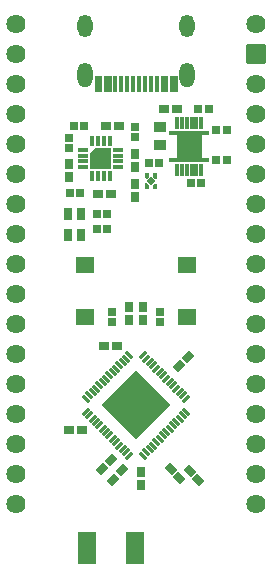
<source format=gts>
G04 Layer: TopSolderMaskLayer*
G04 EasyEDA v6.5.50, 2025-05-29 20:10:11*
G04 51d2a156a5c9454999fc887beed5754f,29d699c3718f4358a2dc827e738e4458,10*
G04 Gerber Generator version 0.2*
G04 Scale: 100 percent, Rotated: No, Reflected: No *
G04 Dimensions in inches *
G04 leading zeros omitted , absolute positions ,3 integer and 6 decimal *
%FSLAX36Y36*%
%MOIN*%

%AMMACRO1*4,1,8,-0.0067,-0.0276,-0.0079,-0.0264,-0.0079,0.0264,-0.0067,0.0276,0.0067,0.0276,0.0079,0.0264,0.0079,-0.0264,0.0067,-0.0276,-0.0067,-0.0276,0*%
%AMMACRO2*4,1,8,-0.0276,-0.0262,-0.0288,-0.025,-0.0288,0.025,-0.0276,0.0262,0.0276,0.0262,0.0288,0.025,0.0288,-0.025,0.0276,-0.0262,-0.0276,-0.0262,0*%
%AMMACRO3*4,1,8,-0.0308,-0.032,-0.032,-0.0308,-0.032,0.0308,-0.0308,0.032,0.0308,0.032,0.032,0.0308,0.032,-0.0308,0.0308,-0.032,-0.0308,-0.032,0*%
%AMMACRO4*4,1,8,0.0032,-0.0207,0.0016,-0.0206,-0.0203,0.0037,-0.0203,0.0054,-0.0032,0.0207,-0.0016,0.0206,0.0203,-0.0037,0.0203,-0.0054,0.0032,-0.0207,0*%
%AMMACRO5*4,1,8,-0.012,-0.0126,-0.0131,-0.0115,-0.0131,0.0115,-0.012,0.0126,0.012,0.0126,0.0131,0.0115,0.0131,-0.0115,0.012,-0.0126,-0.012,-0.0126,0*%
%AMMACRO6*4,1,8,0.0056,-0.014,-0.014,0.0056,-0.014,0.0073,-0.0073,0.014,-0.0056,0.014,0.014,-0.0056,0.014,-0.0073,0.0073,-0.014,0.0056,-0.014,0*%
%AMMACRO7*4,1,8,-0.0073,-0.014,-0.014,-0.0073,-0.014,-0.0056,0.0056,0.014,0.0073,0.014,0.014,0.0073,0.014,0.0056,-0.0056,-0.014,-0.0073,-0.014,0*%
%AMMACRO8*4,1,8,-0.0008,-0.1134,-0.1134,-0.0008,-0.1134,0.0008,-0.0008,0.1134,0.0008,0.1134,0.1134,0.0008,0.1134,-0.0008,0.0008,-0.1134,-0.0008,-0.1134,0*%
%AMMACRO9*4,1,8,-0.0164,-0.0126,-0.0176,-0.0115,-0.0176,0.0115,-0.0164,0.0126,0.0164,0.0126,0.0176,0.0115,0.0176,-0.0115,0.0164,-0.0126,-0.0164,-0.0126,0*%
%AMMACRO10*4,1,8,-0.0178,-0.0179,-0.019,-0.0167,-0.019,0.0167,-0.0178,0.0179,0.0178,0.0179,0.019,0.0167,0.019,-0.0167,0.0178,-0.0179,-0.0178,-0.0179,0*%
%AMMACRO11*4,1,8,-0.0048,-0.0187,-0.0059,-0.0176,-0.0059,0.0176,-0.0048,0.0187,0.0048,0.0187,0.0059,0.0176,0.0059,-0.0176,0.0048,-0.0187,-0.0048,-0.0187,0*%
%AMMACRO12*4,1,8,-0.0117,-0.0187,-0.0128,-0.0176,-0.0128,0.0176,-0.0117,0.0187,0.0117,0.0187,0.0128,0.0176,0.0128,-0.0176,0.0117,-0.0187,-0.0117,-0.0187,0*%
%AMMACRO13*4,1,8,-0.0303,-0.0532,-0.0315,-0.052,-0.0315,0.052,-0.0303,0.0532,0.0303,0.0532,0.0315,0.052,0.0315,-0.052,0.0303,-0.0532,-0.0303,-0.0532,0*%
%AMMACRO14*4,1,8,-0.0008,-0.0145,-0.0145,-0.0008,-0.0145,0.0008,-0.0008,0.0145,0.0008,0.0145,0.0145,0.0008,0.0145,-0.0008,0.0008,-0.0145,-0.0008,-0.0145,0*%
%AMMACRO15*4,1,8,-0.0115,-0.0176,-0.0126,-0.0164,-0.0126,0.0164,-0.0115,0.0176,0.0115,0.0176,0.0126,0.0164,0.0126,-0.0164,0.0115,-0.0176,-0.0115,-0.0176,0*%
%AMMACRO16*4,1,8,-0.0043,-0.0205,-0.0205,-0.0043,-0.0205,-0.0027,0.0027,0.0205,0.0043,0.0205,0.0205,0.0043,0.0205,0.0027,-0.0027,-0.0205,-0.0043,-0.0205,0*%
%AMMACRO17*4,1,8,0.0036,-0.0207,0.0019,-0.0206,-0.0204,0.0034,-0.0204,0.005,-0.0036,0.0207,-0.0019,0.0206,0.0204,-0.0034,0.0204,-0.005,0.0036,-0.0207,0*%
%AMMACRO18*4,1,8,-0.0115,-0.0131,-0.0126,-0.012,-0.0126,0.012,-0.0115,0.0131,0.0115,0.0131,0.0126,0.012,0.0126,-0.012,0.0115,-0.0131,-0.0115,-0.0131,0*%
%ADD10MACRO1*%
%ADD11O,0.051244000000000005X0.074866*%
%ADD12O,0.051244000000000005X0.08274000000000001*%
%ADD13MACRO2*%
%ADD14C,0.0640*%
%ADD15MACRO3*%
%ADD16MACRO4*%
%ADD17MACRO5*%
%ADD18MACRO6*%
%ADD19MACRO7*%
%ADD20MACRO8*%
%ADD21MACRO9*%
%ADD22MACRO10*%
%ADD23MACRO11*%
%ADD24O,0.037402X0.014961*%
%ADD25O,0.014961X0.037402*%
%ADD26MACRO12*%
%ADD27MACRO13*%
%ADD28MACRO14*%
%ADD29MACRO15*%
%ADD30MACRO16*%
%ADD31MACRO17*%
%ADD32MACRO18*%
%ADD33C,0.0147*%

%LPD*%
D10*
G01*
X68889Y97614D03*
G01*
X49199Y97614D03*
G01*
X29519Y97612D03*
G01*
X9829Y97614D03*
G01*
X-9850Y97612D03*
G01*
X-29540Y97614D03*
G01*
X-49210Y97614D03*
G01*
X-68910Y97614D03*
G01*
X131877Y97619D03*
G01*
X120067Y97612D03*
G01*
X100380Y97618D03*
G01*
X88572Y97617D03*
G01*
X-88592Y97618D03*
G01*
X-100407Y97617D03*
G01*
X-120089Y97611D03*
G01*
X-131899Y97611D03*
D11*
G01*
X-170289Y292429D03*
D12*
G01*
X-170289Y127869D03*
G01*
X170270Y127869D03*
D11*
G01*
X170270Y292429D03*
D13*
G01*
X-169000Y-504976D03*
G01*
X-169000Y-677023D03*
G01*
X169600Y-504976D03*
G01*
X169600Y-677023D03*
D14*
G01*
X-400000Y300000D03*
G01*
X-400000Y200000D03*
G01*
X-400000Y-900000D03*
G01*
X-400000Y-1000000D03*
G01*
X-400000Y-1100000D03*
G01*
X-400000Y-1200000D03*
G01*
X-400000Y-1300000D03*
G01*
X400000Y-1300000D03*
G01*
X400000Y-1200000D03*
G01*
X400000Y-1100000D03*
G01*
X400000Y-1000000D03*
G01*
X400000Y-900000D03*
G01*
X400000Y-800000D03*
G01*
X400000Y-700000D03*
G01*
X400000Y-600000D03*
G01*
X400000Y-500000D03*
G01*
X400000Y-400000D03*
G01*
X400000Y-300000D03*
G01*
X400000Y300000D03*
D15*
G01*
X399999Y200000D03*
D14*
G01*
X-400000Y-800000D03*
G01*
X400000Y-200000D03*
G01*
X-400000Y-700000D03*
G01*
X-400000Y-600000D03*
G01*
X-400000Y-500000D03*
G01*
X-400000Y-400000D03*
G01*
X-400000Y-300000D03*
G01*
X-400000Y-200000D03*
G01*
X-400000Y-100000D03*
G01*
X-400000Y0D03*
G01*
X-400000Y100000D03*
G01*
X400000Y100000D03*
G01*
X400000Y0D03*
G01*
X400000Y-100000D03*
D16*
G01*
X144357Y-1214946D03*
G01*
X115641Y-1183052D03*
D17*
G01*
X302040Y-155000D03*
G01*
X267959Y-155000D03*
D18*
G01*
X22478Y-1139683D03*
G01*
X33614Y-1128546D03*
G01*
X44751Y-1117408D03*
G01*
X55882Y-1106279D03*
G01*
X67018Y-1095142D03*
G01*
X78155Y-1084005D03*
G01*
X89292Y-1072868D03*
G01*
X100429Y-1061731D03*
G01*
X111559Y-1050601D03*
G01*
X122696Y-1039465D03*
G01*
X133832Y-1028328D03*
G01*
X144969Y-1017190D03*
G01*
X156107Y-1006053D03*
G01*
X167237Y-994924D03*
D19*
G01*
X167237Y-949951D03*
G01*
X156107Y-938822D03*
G01*
X144971Y-927685D03*
G01*
X133834Y-916548D03*
G01*
X122696Y-905411D03*
G01*
X111559Y-894274D03*
G01*
X100430Y-883144D03*
G01*
X89293Y-872008D03*
G01*
X78156Y-860871D03*
G01*
X67019Y-849733D03*
G01*
X55882Y-838596D03*
G01*
X44752Y-827467D03*
G01*
X33615Y-816329D03*
G01*
X22478Y-805192D03*
D18*
G01*
X-22487Y-805200D03*
G01*
X-33616Y-816329D03*
G01*
X-44753Y-827467D03*
G01*
X-55890Y-838604D03*
G01*
X-67027Y-849740D03*
G01*
X-78164Y-860877D03*
G01*
X-89294Y-872008D03*
G01*
X-100430Y-883144D03*
G01*
X-111568Y-894281D03*
G01*
X-122705Y-905418D03*
G01*
X-133841Y-916555D03*
G01*
X-144971Y-927685D03*
G01*
X-156109Y-938822D03*
G01*
X-167246Y-949958D03*
D19*
G01*
X-167245Y-994917D03*
G01*
X-156108Y-1006053D03*
G01*
X-144971Y-1017190D03*
G01*
X-133841Y-1028321D03*
G01*
X-122705Y-1039457D03*
G01*
X-111568Y-1050594D03*
G01*
X-100430Y-1061732D03*
G01*
X-89293Y-1072869D03*
G01*
X-78164Y-1083998D03*
G01*
X-67026Y-1095136D03*
G01*
X-55889Y-1106272D03*
G01*
X-44753Y-1117409D03*
G01*
X-33616Y-1128546D03*
G01*
X-22486Y-1139675D03*
D20*
G01*
X-7Y-972438D03*
D21*
G01*
X-65154Y-775589D03*
G01*
X-108073Y-775589D03*
D22*
G01*
X78740Y-104458D03*
G01*
X78740Y-45147D03*
D23*
G01*
X216533Y-187993D03*
G01*
X200786Y-187993D03*
G01*
X185037Y-187993D03*
G01*
X169288Y-187993D03*
G01*
X153542Y-187993D03*
G01*
X137793Y-187993D03*
G01*
X137792Y-32480D03*
G01*
X153541Y-32481D03*
G01*
X169291Y-32481D03*
G01*
X185036Y-32481D03*
G01*
X200786Y-32481D03*
G01*
X216533Y-32481D03*
G36*
X112159Y-162233D02*
G01*
X111963Y-162224D01*
X111768Y-162195D01*
X111577Y-162148D01*
X111394Y-162082D01*
X111215Y-161997D01*
X111048Y-161896D01*
X110889Y-161779D01*
X110745Y-161648D01*
X110612Y-161502D01*
X110495Y-161345D01*
X110394Y-161176D01*
X110311Y-160999D01*
X110244Y-160814D01*
X110196Y-160623D01*
X110169Y-160430D01*
X110158Y-160234D01*
X110158Y-150234D01*
X110169Y-150037D01*
X110196Y-149843D01*
X110244Y-149652D01*
X110311Y-149468D01*
X110394Y-149290D01*
X110495Y-149122D01*
X110612Y-148964D01*
X110745Y-148820D01*
X110889Y-148688D01*
X111048Y-148571D01*
X111215Y-148470D01*
X111394Y-148386D01*
X111577Y-148319D01*
X111768Y-148272D01*
X111963Y-148243D01*
X112159Y-148234D01*
X135158Y-148234D01*
X135158Y-72233D01*
X112159Y-72233D01*
X111963Y-72224D01*
X111768Y-72195D01*
X111577Y-72148D01*
X111394Y-72082D01*
X111215Y-71997D01*
X111048Y-71896D01*
X110889Y-71779D01*
X110745Y-71648D01*
X110612Y-71502D01*
X110495Y-71345D01*
X110394Y-71176D01*
X110311Y-70999D01*
X110244Y-70814D01*
X110196Y-70623D01*
X110169Y-70430D01*
X110158Y-70234D01*
X110158Y-60234D01*
X110169Y-60037D01*
X110196Y-59843D01*
X110244Y-59652D01*
X110311Y-59468D01*
X110394Y-59290D01*
X110495Y-59122D01*
X110612Y-58964D01*
X110745Y-58820D01*
X110889Y-58688D01*
X111048Y-58571D01*
X111215Y-58470D01*
X111394Y-58386D01*
X111577Y-58319D01*
X111768Y-58272D01*
X111963Y-58243D01*
X112159Y-58234D01*
X242159Y-58234D01*
X242354Y-58243D01*
X242548Y-58272D01*
X242739Y-58319D01*
X242923Y-58386D01*
X243101Y-58470D01*
X243270Y-58571D01*
X243427Y-58688D01*
X243573Y-58820D01*
X243704Y-58964D01*
X243822Y-59122D01*
X243922Y-59290D01*
X244007Y-59468D01*
X244072Y-59652D01*
X244121Y-59843D01*
X244149Y-60037D01*
X244158Y-60234D01*
X244158Y-70234D01*
X244149Y-70430D01*
X244121Y-70623D01*
X244072Y-70814D01*
X244007Y-70999D01*
X243922Y-71176D01*
X243822Y-71345D01*
X243704Y-71502D01*
X243573Y-71648D01*
X243427Y-71779D01*
X243270Y-71896D01*
X243101Y-71997D01*
X242923Y-72082D01*
X242739Y-72148D01*
X242548Y-72195D01*
X242354Y-72224D01*
X242159Y-72233D01*
X219158Y-72233D01*
X219158Y-148234D01*
X242159Y-148234D01*
X242354Y-148243D01*
X242548Y-148272D01*
X242739Y-148319D01*
X242923Y-148386D01*
X243101Y-148470D01*
X243270Y-148571D01*
X243427Y-148688D01*
X243573Y-148820D01*
X243704Y-148964D01*
X243822Y-149122D01*
X243922Y-149290D01*
X244007Y-149468D01*
X244072Y-149652D01*
X244121Y-149843D01*
X244149Y-150037D01*
X244158Y-150234D01*
X244158Y-160234D01*
X244149Y-160430D01*
X244121Y-160623D01*
X244072Y-160814D01*
X244007Y-160999D01*
X243922Y-161176D01*
X243822Y-161345D01*
X243704Y-161502D01*
X243573Y-161648D01*
X243427Y-161779D01*
X243270Y-161896D01*
X243101Y-161997D01*
X242923Y-162082D01*
X242739Y-162148D01*
X242548Y-162195D01*
X242354Y-162224D01*
X242159Y-162233D01*
G37*
D24*
G01*
X-177159Y-120070D03*
G01*
X-177159Y-139760D03*
G01*
X-177159Y-159439D03*
G01*
X-177159Y-179130D03*
D25*
G01*
X-147629Y-208659D03*
G01*
X-127939Y-208659D03*
G01*
X-108260Y-208659D03*
G01*
X-88569Y-208659D03*
D24*
G01*
X-59050Y-179130D03*
G01*
X-59050Y-159439D03*
G01*
X-59050Y-139760D03*
G01*
X-59050Y-120070D03*
D25*
G01*
X-88569Y-90549D03*
G01*
X-108260Y-90549D03*
G01*
X-127939Y-90549D03*
G01*
X-147629Y-90549D03*
G36*
X-151570Y-185034D02*
G01*
X-151763Y-185025D01*
X-151954Y-184996D01*
X-152141Y-184949D01*
X-152323Y-184884D01*
X-152498Y-184801D01*
X-152663Y-184702D01*
X-152818Y-184587D01*
X-152962Y-184457D01*
X-153092Y-184315D01*
X-153207Y-184160D01*
X-153305Y-183993D01*
X-153389Y-183818D01*
X-153454Y-183636D01*
X-153501Y-183449D01*
X-153528Y-183258D01*
X-153539Y-183065D01*
X-153537Y-183065D01*
X-153537Y-132869D01*
X-153539Y-132869D01*
X-153526Y-132649D01*
X-153488Y-132431D01*
X-153427Y-132219D01*
X-153344Y-132015D01*
X-153236Y-131822D01*
X-153108Y-131642D01*
X-152962Y-131476D01*
X-136228Y-114744D01*
X-136064Y-114596D01*
X-135884Y-114468D01*
X-135691Y-114362D01*
X-135486Y-114277D01*
X-135275Y-114216D01*
X-135057Y-114180D01*
X-134837Y-114167D01*
X-84641Y-114169D01*
X-84448Y-114178D01*
X-84256Y-114205D01*
X-84070Y-114252D01*
X-83888Y-114317D01*
X-83712Y-114400D01*
X-83546Y-114499D01*
X-83391Y-114614D01*
X-83249Y-114744D01*
X-83119Y-114888D01*
X-83004Y-115043D01*
X-82905Y-115208D01*
X-82822Y-115383D01*
X-82757Y-115565D01*
X-82710Y-115752D01*
X-82681Y-115943D01*
X-82671Y-116136D01*
X-82671Y-183065D01*
X-82681Y-183258D01*
X-82710Y-183449D01*
X-82757Y-183636D01*
X-82822Y-183818D01*
X-82905Y-183993D01*
X-83004Y-184160D01*
X-83119Y-184315D01*
X-83249Y-184457D01*
X-83391Y-184587D01*
X-83546Y-184702D01*
X-83712Y-184801D01*
X-83888Y-184884D01*
X-84070Y-184949D01*
X-84256Y-184996D01*
X-84448Y-185025D01*
X-84641Y-185034D01*
G37*
D26*
G01*
X-184055Y-404526D03*
G01*
X-184055Y-335628D03*
G01*
X-225393Y-404526D03*
G01*
X-225393Y-335628D03*
D27*
G01*
X-1967Y-1448816D03*
G01*
X-163386Y-1448816D03*
D28*
G01*
X49999Y-224999D03*
G36*
X58863Y-252566D02*
G01*
X58670Y-252557D01*
X58479Y-252528D01*
X58292Y-252481D01*
X58110Y-252417D01*
X57935Y-252334D01*
X57770Y-252235D01*
X57615Y-252119D01*
X57471Y-251990D01*
X57341Y-251846D01*
X57226Y-251691D01*
X57127Y-251525D01*
X57044Y-251352D01*
X56979Y-251170D01*
X56932Y-250981D01*
X56903Y-250790D01*
X56894Y-250597D01*
X56894Y-240754D01*
X56907Y-240534D01*
X56943Y-240317D01*
X57004Y-240104D01*
X57089Y-239900D01*
X57197Y-239706D01*
X57325Y-239526D01*
X57471Y-239362D01*
X63377Y-233458D01*
X63541Y-233310D01*
X63721Y-233182D01*
X63915Y-233076D01*
X64119Y-232991D01*
X64331Y-232930D01*
X64549Y-232892D01*
X64769Y-232881D01*
X66738Y-232881D01*
X66930Y-232890D01*
X67121Y-232919D01*
X67310Y-232966D01*
X67492Y-233031D01*
X67665Y-233112D01*
X67831Y-233213D01*
X67986Y-233328D01*
X68130Y-233458D01*
X68260Y-233600D01*
X68375Y-233755D01*
X68474Y-233921D01*
X68557Y-234095D01*
X68622Y-234277D01*
X68668Y-234466D01*
X68697Y-234657D01*
X68706Y-234850D01*
X68706Y-250597D01*
X68697Y-250790D01*
X68668Y-250981D01*
X68622Y-251170D01*
X68557Y-251352D01*
X68474Y-251525D01*
X68375Y-251691D01*
X68260Y-251846D01*
X68130Y-251990D01*
X67986Y-252119D01*
X67831Y-252235D01*
X67665Y-252334D01*
X67492Y-252417D01*
X67310Y-252481D01*
X67121Y-252528D01*
X66930Y-252557D01*
X66738Y-252566D01*
G37*
G36*
X33261Y-217118D02*
G01*
X33069Y-217109D01*
X32878Y-217080D01*
X32689Y-217033D01*
X32507Y-216968D01*
X32334Y-216887D01*
X32168Y-216786D01*
X32013Y-216671D01*
X31869Y-216541D01*
X31739Y-216399D01*
X31624Y-216244D01*
X31525Y-216078D01*
X31442Y-215904D01*
X31377Y-215722D01*
X31331Y-215533D01*
X31302Y-215342D01*
X31293Y-215149D01*
X31293Y-199402D01*
X31302Y-199209D01*
X31331Y-199018D01*
X31377Y-198829D01*
X31442Y-198647D01*
X31525Y-198474D01*
X31624Y-198308D01*
X31739Y-198153D01*
X31869Y-198009D01*
X32013Y-197880D01*
X32168Y-197764D01*
X32334Y-197665D01*
X32507Y-197582D01*
X32689Y-197518D01*
X32878Y-197471D01*
X33069Y-197442D01*
X33261Y-197433D01*
X41136Y-197433D01*
X41329Y-197442D01*
X41520Y-197471D01*
X41707Y-197518D01*
X41889Y-197582D01*
X42064Y-197665D01*
X42229Y-197764D01*
X42384Y-197880D01*
X42528Y-198009D01*
X42658Y-198153D01*
X42773Y-198308D01*
X42872Y-198474D01*
X42955Y-198647D01*
X43020Y-198829D01*
X43067Y-199018D01*
X43096Y-199209D01*
X43105Y-199402D01*
X43105Y-209245D01*
X43094Y-209465D01*
X43056Y-209683D01*
X42995Y-209895D01*
X42910Y-210099D01*
X42804Y-210293D01*
X42676Y-210473D01*
X42528Y-210637D01*
X36622Y-216541D01*
X36458Y-216689D01*
X36278Y-216817D01*
X36084Y-216923D01*
X35880Y-217008D01*
X35668Y-217069D01*
X35450Y-217107D01*
X35230Y-217118D01*
G37*
G36*
X66736Y-217121D02*
G01*
X64767Y-217119D01*
X64547Y-217107D01*
X64329Y-217069D01*
X64117Y-217008D01*
X63913Y-216925D01*
X63721Y-216817D01*
X63541Y-216689D01*
X63377Y-216543D01*
X57471Y-210637D01*
X57323Y-210473D01*
X57195Y-210293D01*
X57089Y-210100D01*
X57004Y-209895D01*
X56943Y-209684D01*
X56905Y-209466D01*
X56894Y-209245D01*
X56894Y-199403D01*
X56903Y-199209D01*
X56932Y-199018D01*
X56979Y-198831D01*
X57044Y-198649D01*
X57127Y-198474D01*
X57226Y-198308D01*
X57341Y-198153D01*
X57471Y-198011D01*
X57615Y-197881D01*
X57770Y-197766D01*
X57935Y-197665D01*
X58110Y-197584D01*
X58292Y-197519D01*
X58479Y-197471D01*
X58670Y-197442D01*
X58863Y-197433D01*
X66738Y-197433D01*
X66930Y-197442D01*
X67121Y-197471D01*
X67310Y-197519D01*
X67492Y-197584D01*
X67665Y-197665D01*
X67831Y-197766D01*
X67986Y-197881D01*
X68130Y-198011D01*
X68260Y-198153D01*
X68375Y-198308D01*
X68474Y-198474D01*
X68557Y-198649D01*
X68622Y-198831D01*
X68668Y-199018D01*
X68697Y-199209D01*
X68706Y-199403D01*
X68706Y-215151D01*
X68697Y-215345D01*
X68668Y-215536D01*
X68622Y-215724D01*
X68557Y-215905D01*
X68474Y-216080D01*
X68375Y-216246D01*
X68260Y-216401D01*
X68130Y-216545D01*
X67986Y-216673D01*
X67831Y-216790D01*
X67665Y-216889D01*
X67490Y-216970D01*
X67309Y-217035D01*
X67121Y-217082D01*
X66930Y-217112D01*
G37*
G36*
X33261Y-252566D02*
G01*
X33069Y-252557D01*
X32878Y-252528D01*
X32689Y-252481D01*
X32507Y-252417D01*
X32334Y-252334D01*
X32168Y-252235D01*
X32013Y-252119D01*
X31869Y-251990D01*
X31739Y-251846D01*
X31624Y-251691D01*
X31525Y-251525D01*
X31442Y-251352D01*
X31377Y-251170D01*
X31331Y-250981D01*
X31302Y-250790D01*
X31293Y-250597D01*
X31293Y-232881D01*
X31302Y-232696D01*
X31327Y-232512D01*
X31370Y-232332D01*
X31430Y-232155D01*
X31507Y-231986D01*
X31599Y-231826D01*
X31705Y-231673D01*
X31826Y-231532D01*
X31959Y-231404D01*
X32105Y-231287D01*
X32260Y-231185D01*
X32424Y-231098D01*
X32595Y-231028D01*
X32771Y-230974D01*
X32953Y-230936D01*
X33137Y-230916D01*
X33323Y-230913D01*
X33508Y-230927D01*
X33692Y-230958D01*
X33870Y-231008D01*
X34043Y-231073D01*
X34211Y-231156D01*
X34369Y-231251D01*
X34517Y-231363D01*
X34654Y-231489D01*
X42528Y-239362D01*
X42674Y-239526D01*
X42802Y-239706D01*
X42910Y-239900D01*
X42995Y-240104D01*
X43056Y-240317D01*
X43092Y-240534D01*
X43105Y-240754D01*
X43105Y-250597D01*
X43096Y-250790D01*
X43067Y-250981D01*
X43020Y-251170D01*
X42955Y-251352D01*
X42872Y-251525D01*
X42773Y-251691D01*
X42658Y-251846D01*
X42528Y-251990D01*
X42384Y-252119D01*
X42229Y-252235D01*
X42064Y-252334D01*
X41889Y-252417D01*
X41707Y-252481D01*
X41520Y-252528D01*
X41329Y-252557D01*
X41136Y-252566D01*
G37*
D21*
G01*
X93541Y15000D03*
G01*
X136458Y15000D03*
G01*
X-84840Y-267716D03*
G01*
X-127758Y-267716D03*
G01*
X-58541Y-40000D03*
G01*
X-101458Y-40000D03*
D17*
G01*
X217827Y-232282D03*
G01*
X183746Y-232282D03*
G01*
X242040Y15000D03*
G01*
X207959Y15000D03*
D29*
G01*
X15747Y-1195074D03*
G01*
X15747Y-1237992D03*
G01*
X-5000Y-133541D03*
G01*
X-5000Y-176458D03*
G01*
X23613Y-686769D03*
G01*
X23613Y-643851D03*
G01*
X-23631Y-686769D03*
G01*
X-23631Y-643851D03*
D21*
G01*
X-179327Y-1055116D03*
G01*
X-222246Y-1055116D03*
D29*
G01*
X-5000Y-233541D03*
G01*
X-5000Y-276458D03*
G01*
X-224409Y-210434D03*
G01*
X-224409Y-167517D03*
D30*
G01*
X-83251Y-1154114D03*
G01*
X-113599Y-1184462D03*
D31*
G01*
X207626Y-1222567D03*
G01*
X178356Y-1191179D03*
D30*
G01*
X172653Y-811595D03*
G01*
X142305Y-841943D03*
G01*
X-78166Y-1219895D03*
G01*
X-47818Y-1189547D03*
D17*
G01*
X302040Y-55000D03*
G01*
X267959Y-55000D03*
G01*
X42014Y-165353D03*
G01*
X76095Y-165353D03*
G01*
X-131213Y-385825D03*
G01*
X-97132Y-385825D03*
G01*
X-172959Y-40000D03*
G01*
X-207040Y-40000D03*
D32*
G01*
X-5000Y-77040D03*
G01*
X-5000Y-42959D03*
G01*
X78731Y-660080D03*
G01*
X78731Y-694161D03*
G01*
X-224409Y-115465D03*
G01*
X-224409Y-81384D03*
D17*
G01*
X-187683Y-263778D03*
G01*
X-221764Y-263778D03*
D32*
G01*
X-78749Y-694161D03*
G01*
X-78749Y-660080D03*
D17*
G01*
X-131213Y-334645D03*
G01*
X-97132Y-334645D03*
M02*

</source>
